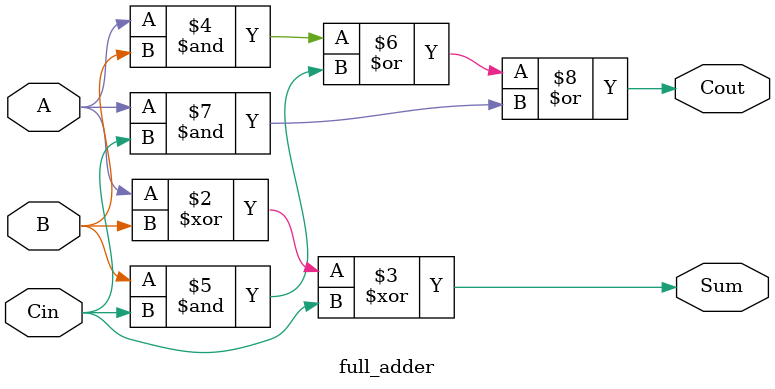
<source format=v>
module full_adder (
    input A,
    input B,
    input Cin,
    output reg Sum,
    output reg Cout
);
    always @(*) begin
        Sum = A ^ B ^ Cin;    // XOR for sum
        Cout = (A & B) | (B & Cin) | (A & Cin);  // Carry logic
    end
endmodule
</source>
